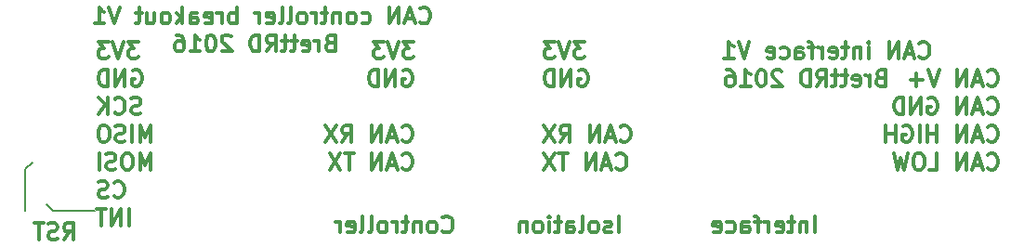
<source format=gbo>
G04 #@! TF.FileFunction,Legend,Bot*
%FSLAX46Y46*%
G04 Gerber Fmt 4.6, Leading zero omitted, Abs format (unit mm)*
G04 Created by KiCad (PCBNEW 4.0.2+e4-6225~38~ubuntu15.10.1-stable) date Do 16 Jun 2016 08:59:28 CEST*
%MOMM*%
G01*
G04 APERTURE LIST*
%ADD10C,0.100000*%
%ADD11C,0.300000*%
%ADD12C,0.200000*%
%ADD13R,2.127200X2.127200*%
%ADD14O,2.127200X2.127200*%
%ADD15R,2.432000X2.127200*%
%ADD16O,2.432000X2.127200*%
%ADD17O,1.901140X2.899360*%
%ADD18O,1.600000X2.200000*%
G04 APERTURE END LIST*
D10*
D11*
X164900713Y-101492857D02*
X164686427Y-101564286D01*
X164614999Y-101635714D01*
X164543570Y-101778571D01*
X164543570Y-101992857D01*
X164614999Y-102135714D01*
X164686427Y-102207143D01*
X164829285Y-102278571D01*
X165400713Y-102278571D01*
X165400713Y-100778571D01*
X164900713Y-100778571D01*
X164757856Y-100850000D01*
X164686427Y-100921429D01*
X164614999Y-101064286D01*
X164614999Y-101207143D01*
X164686427Y-101350000D01*
X164757856Y-101421429D01*
X164900713Y-101492857D01*
X165400713Y-101492857D01*
X163900713Y-102278571D02*
X163900713Y-101278571D01*
X163900713Y-101564286D02*
X163829285Y-101421429D01*
X163757856Y-101350000D01*
X163614999Y-101278571D01*
X163472142Y-101278571D01*
X162400714Y-102207143D02*
X162543571Y-102278571D01*
X162829285Y-102278571D01*
X162972142Y-102207143D01*
X163043571Y-102064286D01*
X163043571Y-101492857D01*
X162972142Y-101350000D01*
X162829285Y-101278571D01*
X162543571Y-101278571D01*
X162400714Y-101350000D01*
X162329285Y-101492857D01*
X162329285Y-101635714D01*
X163043571Y-101778571D01*
X161900714Y-101278571D02*
X161329285Y-101278571D01*
X161686428Y-100778571D02*
X161686428Y-102064286D01*
X161615000Y-102207143D01*
X161472142Y-102278571D01*
X161329285Y-102278571D01*
X161043571Y-101278571D02*
X160472142Y-101278571D01*
X160829285Y-100778571D02*
X160829285Y-102064286D01*
X160757857Y-102207143D01*
X160614999Y-102278571D01*
X160472142Y-102278571D01*
X159114999Y-102278571D02*
X159614999Y-101564286D01*
X159972142Y-102278571D02*
X159972142Y-100778571D01*
X159400714Y-100778571D01*
X159257856Y-100850000D01*
X159186428Y-100921429D01*
X159114999Y-101064286D01*
X159114999Y-101278571D01*
X159186428Y-101421429D01*
X159257856Y-101492857D01*
X159400714Y-101564286D01*
X159972142Y-101564286D01*
X158472142Y-102278571D02*
X158472142Y-100778571D01*
X158114999Y-100778571D01*
X157900714Y-100850000D01*
X157757856Y-100992857D01*
X157686428Y-101135714D01*
X157614999Y-101421429D01*
X157614999Y-101635714D01*
X157686428Y-101921429D01*
X157757856Y-102064286D01*
X157900714Y-102207143D01*
X158114999Y-102278571D01*
X158472142Y-102278571D01*
X155900714Y-100921429D02*
X155829285Y-100850000D01*
X155686428Y-100778571D01*
X155329285Y-100778571D01*
X155186428Y-100850000D01*
X155114999Y-100921429D01*
X155043571Y-101064286D01*
X155043571Y-101207143D01*
X155114999Y-101421429D01*
X155972142Y-102278571D01*
X155043571Y-102278571D01*
X154115000Y-100778571D02*
X153972143Y-100778571D01*
X153829286Y-100850000D01*
X153757857Y-100921429D01*
X153686428Y-101064286D01*
X153615000Y-101350000D01*
X153615000Y-101707143D01*
X153686428Y-101992857D01*
X153757857Y-102135714D01*
X153829286Y-102207143D01*
X153972143Y-102278571D01*
X154115000Y-102278571D01*
X154257857Y-102207143D01*
X154329286Y-102135714D01*
X154400714Y-101992857D01*
X154472143Y-101707143D01*
X154472143Y-101350000D01*
X154400714Y-101064286D01*
X154329286Y-100921429D01*
X154257857Y-100850000D01*
X154115000Y-100778571D01*
X152186429Y-102278571D02*
X153043572Y-102278571D01*
X152615000Y-102278571D02*
X152615000Y-100778571D01*
X152757857Y-100992857D01*
X152900715Y-101135714D01*
X153043572Y-101207143D01*
X150900715Y-100778571D02*
X151186429Y-100778571D01*
X151329286Y-100850000D01*
X151400715Y-100921429D01*
X151543572Y-101135714D01*
X151615001Y-101421429D01*
X151615001Y-101992857D01*
X151543572Y-102135714D01*
X151472144Y-102207143D01*
X151329286Y-102278571D01*
X151043572Y-102278571D01*
X150900715Y-102207143D01*
X150829286Y-102135714D01*
X150757858Y-101992857D01*
X150757858Y-101635714D01*
X150829286Y-101492857D01*
X150900715Y-101421429D01*
X151043572Y-101350000D01*
X151329286Y-101350000D01*
X151472144Y-101421429D01*
X151543572Y-101492857D01*
X151615001Y-101635714D01*
X168448570Y-99595714D02*
X168519999Y-99667143D01*
X168734285Y-99738571D01*
X168877142Y-99738571D01*
X169091427Y-99667143D01*
X169234285Y-99524286D01*
X169305713Y-99381429D01*
X169377142Y-99095714D01*
X169377142Y-98881429D01*
X169305713Y-98595714D01*
X169234285Y-98452857D01*
X169091427Y-98310000D01*
X168877142Y-98238571D01*
X168734285Y-98238571D01*
X168519999Y-98310000D01*
X168448570Y-98381429D01*
X167877142Y-99310000D02*
X167162856Y-99310000D01*
X168019999Y-99738571D02*
X167519999Y-98238571D01*
X167019999Y-99738571D01*
X166519999Y-99738571D02*
X166519999Y-98238571D01*
X165662856Y-99738571D01*
X165662856Y-98238571D01*
X163805713Y-99738571D02*
X163805713Y-98738571D01*
X163805713Y-98238571D02*
X163877142Y-98310000D01*
X163805713Y-98381429D01*
X163734285Y-98310000D01*
X163805713Y-98238571D01*
X163805713Y-98381429D01*
X163091427Y-98738571D02*
X163091427Y-99738571D01*
X163091427Y-98881429D02*
X163019999Y-98810000D01*
X162877141Y-98738571D01*
X162662856Y-98738571D01*
X162519999Y-98810000D01*
X162448570Y-98952857D01*
X162448570Y-99738571D01*
X161948570Y-98738571D02*
X161377141Y-98738571D01*
X161734284Y-98238571D02*
X161734284Y-99524286D01*
X161662856Y-99667143D01*
X161519998Y-99738571D01*
X161377141Y-99738571D01*
X160305713Y-99667143D02*
X160448570Y-99738571D01*
X160734284Y-99738571D01*
X160877141Y-99667143D01*
X160948570Y-99524286D01*
X160948570Y-98952857D01*
X160877141Y-98810000D01*
X160734284Y-98738571D01*
X160448570Y-98738571D01*
X160305713Y-98810000D01*
X160234284Y-98952857D01*
X160234284Y-99095714D01*
X160948570Y-99238571D01*
X159591427Y-99738571D02*
X159591427Y-98738571D01*
X159591427Y-99024286D02*
X159519999Y-98881429D01*
X159448570Y-98810000D01*
X159305713Y-98738571D01*
X159162856Y-98738571D01*
X158877142Y-98738571D02*
X158305713Y-98738571D01*
X158662856Y-99738571D02*
X158662856Y-98452857D01*
X158591428Y-98310000D01*
X158448570Y-98238571D01*
X158305713Y-98238571D01*
X157162856Y-99738571D02*
X157162856Y-98952857D01*
X157234285Y-98810000D01*
X157377142Y-98738571D01*
X157662856Y-98738571D01*
X157805713Y-98810000D01*
X157162856Y-99667143D02*
X157305713Y-99738571D01*
X157662856Y-99738571D01*
X157805713Y-99667143D01*
X157877142Y-99524286D01*
X157877142Y-99381429D01*
X157805713Y-99238571D01*
X157662856Y-99167143D01*
X157305713Y-99167143D01*
X157162856Y-99095714D01*
X155805713Y-99667143D02*
X155948570Y-99738571D01*
X156234284Y-99738571D01*
X156377142Y-99667143D01*
X156448570Y-99595714D01*
X156519999Y-99452857D01*
X156519999Y-99024286D01*
X156448570Y-98881429D01*
X156377142Y-98810000D01*
X156234284Y-98738571D01*
X155948570Y-98738571D01*
X155805713Y-98810000D01*
X154591428Y-99667143D02*
X154734285Y-99738571D01*
X155019999Y-99738571D01*
X155162856Y-99667143D01*
X155234285Y-99524286D01*
X155234285Y-98952857D01*
X155162856Y-98810000D01*
X155019999Y-98738571D01*
X154734285Y-98738571D01*
X154591428Y-98810000D01*
X154519999Y-98952857D01*
X154519999Y-99095714D01*
X155234285Y-99238571D01*
X152948571Y-98238571D02*
X152448571Y-99738571D01*
X151948571Y-98238571D01*
X150662857Y-99738571D02*
X151520000Y-99738571D01*
X151091428Y-99738571D02*
X151091428Y-98238571D01*
X151234285Y-98452857D01*
X151377143Y-98595714D01*
X151520000Y-98667143D01*
X114735713Y-98317857D02*
X114521427Y-98389286D01*
X114449999Y-98460714D01*
X114378570Y-98603571D01*
X114378570Y-98817857D01*
X114449999Y-98960714D01*
X114521427Y-99032143D01*
X114664285Y-99103571D01*
X115235713Y-99103571D01*
X115235713Y-97603571D01*
X114735713Y-97603571D01*
X114592856Y-97675000D01*
X114521427Y-97746429D01*
X114449999Y-97889286D01*
X114449999Y-98032143D01*
X114521427Y-98175000D01*
X114592856Y-98246429D01*
X114735713Y-98317857D01*
X115235713Y-98317857D01*
X113735713Y-99103571D02*
X113735713Y-98103571D01*
X113735713Y-98389286D02*
X113664285Y-98246429D01*
X113592856Y-98175000D01*
X113449999Y-98103571D01*
X113307142Y-98103571D01*
X112235714Y-99032143D02*
X112378571Y-99103571D01*
X112664285Y-99103571D01*
X112807142Y-99032143D01*
X112878571Y-98889286D01*
X112878571Y-98317857D01*
X112807142Y-98175000D01*
X112664285Y-98103571D01*
X112378571Y-98103571D01*
X112235714Y-98175000D01*
X112164285Y-98317857D01*
X112164285Y-98460714D01*
X112878571Y-98603571D01*
X111735714Y-98103571D02*
X111164285Y-98103571D01*
X111521428Y-97603571D02*
X111521428Y-98889286D01*
X111450000Y-99032143D01*
X111307142Y-99103571D01*
X111164285Y-99103571D01*
X110878571Y-98103571D02*
X110307142Y-98103571D01*
X110664285Y-97603571D02*
X110664285Y-98889286D01*
X110592857Y-99032143D01*
X110449999Y-99103571D01*
X110307142Y-99103571D01*
X108949999Y-99103571D02*
X109449999Y-98389286D01*
X109807142Y-99103571D02*
X109807142Y-97603571D01*
X109235714Y-97603571D01*
X109092856Y-97675000D01*
X109021428Y-97746429D01*
X108949999Y-97889286D01*
X108949999Y-98103571D01*
X109021428Y-98246429D01*
X109092856Y-98317857D01*
X109235714Y-98389286D01*
X109807142Y-98389286D01*
X108307142Y-99103571D02*
X108307142Y-97603571D01*
X107949999Y-97603571D01*
X107735714Y-97675000D01*
X107592856Y-97817857D01*
X107521428Y-97960714D01*
X107449999Y-98246429D01*
X107449999Y-98460714D01*
X107521428Y-98746429D01*
X107592856Y-98889286D01*
X107735714Y-99032143D01*
X107949999Y-99103571D01*
X108307142Y-99103571D01*
X105735714Y-97746429D02*
X105664285Y-97675000D01*
X105521428Y-97603571D01*
X105164285Y-97603571D01*
X105021428Y-97675000D01*
X104949999Y-97746429D01*
X104878571Y-97889286D01*
X104878571Y-98032143D01*
X104949999Y-98246429D01*
X105807142Y-99103571D01*
X104878571Y-99103571D01*
X103950000Y-97603571D02*
X103807143Y-97603571D01*
X103664286Y-97675000D01*
X103592857Y-97746429D01*
X103521428Y-97889286D01*
X103450000Y-98175000D01*
X103450000Y-98532143D01*
X103521428Y-98817857D01*
X103592857Y-98960714D01*
X103664286Y-99032143D01*
X103807143Y-99103571D01*
X103950000Y-99103571D01*
X104092857Y-99032143D01*
X104164286Y-98960714D01*
X104235714Y-98817857D01*
X104307143Y-98532143D01*
X104307143Y-98175000D01*
X104235714Y-97889286D01*
X104164286Y-97746429D01*
X104092857Y-97675000D01*
X103950000Y-97603571D01*
X102021429Y-99103571D02*
X102878572Y-99103571D01*
X102450000Y-99103571D02*
X102450000Y-97603571D01*
X102592857Y-97817857D01*
X102735715Y-97960714D01*
X102878572Y-98032143D01*
X100735715Y-97603571D02*
X101021429Y-97603571D01*
X101164286Y-97675000D01*
X101235715Y-97746429D01*
X101378572Y-97960714D01*
X101450001Y-98246429D01*
X101450001Y-98817857D01*
X101378572Y-98960714D01*
X101307144Y-99032143D01*
X101164286Y-99103571D01*
X100878572Y-99103571D01*
X100735715Y-99032143D01*
X100664286Y-98960714D01*
X100592858Y-98817857D01*
X100592858Y-98460714D01*
X100664286Y-98317857D01*
X100735715Y-98246429D01*
X100878572Y-98175000D01*
X101164286Y-98175000D01*
X101307144Y-98246429D01*
X101378572Y-98317857D01*
X101450001Y-98460714D01*
X122942141Y-96420714D02*
X123013570Y-96492143D01*
X123227856Y-96563571D01*
X123370713Y-96563571D01*
X123584998Y-96492143D01*
X123727856Y-96349286D01*
X123799284Y-96206429D01*
X123870713Y-95920714D01*
X123870713Y-95706429D01*
X123799284Y-95420714D01*
X123727856Y-95277857D01*
X123584998Y-95135000D01*
X123370713Y-95063571D01*
X123227856Y-95063571D01*
X123013570Y-95135000D01*
X122942141Y-95206429D01*
X122370713Y-96135000D02*
X121656427Y-96135000D01*
X122513570Y-96563571D02*
X122013570Y-95063571D01*
X121513570Y-96563571D01*
X121013570Y-96563571D02*
X121013570Y-95063571D01*
X120156427Y-96563571D01*
X120156427Y-95063571D01*
X117656427Y-96492143D02*
X117799284Y-96563571D01*
X118084998Y-96563571D01*
X118227856Y-96492143D01*
X118299284Y-96420714D01*
X118370713Y-96277857D01*
X118370713Y-95849286D01*
X118299284Y-95706429D01*
X118227856Y-95635000D01*
X118084998Y-95563571D01*
X117799284Y-95563571D01*
X117656427Y-95635000D01*
X116799284Y-96563571D02*
X116942142Y-96492143D01*
X117013570Y-96420714D01*
X117084999Y-96277857D01*
X117084999Y-95849286D01*
X117013570Y-95706429D01*
X116942142Y-95635000D01*
X116799284Y-95563571D01*
X116584999Y-95563571D01*
X116442142Y-95635000D01*
X116370713Y-95706429D01*
X116299284Y-95849286D01*
X116299284Y-96277857D01*
X116370713Y-96420714D01*
X116442142Y-96492143D01*
X116584999Y-96563571D01*
X116799284Y-96563571D01*
X115656427Y-95563571D02*
X115656427Y-96563571D01*
X115656427Y-95706429D02*
X115584999Y-95635000D01*
X115442141Y-95563571D01*
X115227856Y-95563571D01*
X115084999Y-95635000D01*
X115013570Y-95777857D01*
X115013570Y-96563571D01*
X114513570Y-95563571D02*
X113942141Y-95563571D01*
X114299284Y-95063571D02*
X114299284Y-96349286D01*
X114227856Y-96492143D01*
X114084998Y-96563571D01*
X113942141Y-96563571D01*
X113442141Y-96563571D02*
X113442141Y-95563571D01*
X113442141Y-95849286D02*
X113370713Y-95706429D01*
X113299284Y-95635000D01*
X113156427Y-95563571D01*
X113013570Y-95563571D01*
X112299284Y-96563571D02*
X112442142Y-96492143D01*
X112513570Y-96420714D01*
X112584999Y-96277857D01*
X112584999Y-95849286D01*
X112513570Y-95706429D01*
X112442142Y-95635000D01*
X112299284Y-95563571D01*
X112084999Y-95563571D01*
X111942142Y-95635000D01*
X111870713Y-95706429D01*
X111799284Y-95849286D01*
X111799284Y-96277857D01*
X111870713Y-96420714D01*
X111942142Y-96492143D01*
X112084999Y-96563571D01*
X112299284Y-96563571D01*
X110942141Y-96563571D02*
X111084999Y-96492143D01*
X111156427Y-96349286D01*
X111156427Y-95063571D01*
X110156427Y-96563571D02*
X110299285Y-96492143D01*
X110370713Y-96349286D01*
X110370713Y-95063571D01*
X109013571Y-96492143D02*
X109156428Y-96563571D01*
X109442142Y-96563571D01*
X109584999Y-96492143D01*
X109656428Y-96349286D01*
X109656428Y-95777857D01*
X109584999Y-95635000D01*
X109442142Y-95563571D01*
X109156428Y-95563571D01*
X109013571Y-95635000D01*
X108942142Y-95777857D01*
X108942142Y-95920714D01*
X109656428Y-96063571D01*
X108299285Y-96563571D02*
X108299285Y-95563571D01*
X108299285Y-95849286D02*
X108227857Y-95706429D01*
X108156428Y-95635000D01*
X108013571Y-95563571D01*
X107870714Y-95563571D01*
X106227857Y-96563571D02*
X106227857Y-95063571D01*
X106227857Y-95635000D02*
X106085000Y-95563571D01*
X105799286Y-95563571D01*
X105656429Y-95635000D01*
X105585000Y-95706429D01*
X105513571Y-95849286D01*
X105513571Y-96277857D01*
X105585000Y-96420714D01*
X105656429Y-96492143D01*
X105799286Y-96563571D01*
X106085000Y-96563571D01*
X106227857Y-96492143D01*
X104870714Y-96563571D02*
X104870714Y-95563571D01*
X104870714Y-95849286D02*
X104799286Y-95706429D01*
X104727857Y-95635000D01*
X104585000Y-95563571D01*
X104442143Y-95563571D01*
X103370715Y-96492143D02*
X103513572Y-96563571D01*
X103799286Y-96563571D01*
X103942143Y-96492143D01*
X104013572Y-96349286D01*
X104013572Y-95777857D01*
X103942143Y-95635000D01*
X103799286Y-95563571D01*
X103513572Y-95563571D01*
X103370715Y-95635000D01*
X103299286Y-95777857D01*
X103299286Y-95920714D01*
X104013572Y-96063571D01*
X102013572Y-96563571D02*
X102013572Y-95777857D01*
X102085001Y-95635000D01*
X102227858Y-95563571D01*
X102513572Y-95563571D01*
X102656429Y-95635000D01*
X102013572Y-96492143D02*
X102156429Y-96563571D01*
X102513572Y-96563571D01*
X102656429Y-96492143D01*
X102727858Y-96349286D01*
X102727858Y-96206429D01*
X102656429Y-96063571D01*
X102513572Y-95992143D01*
X102156429Y-95992143D01*
X102013572Y-95920714D01*
X101299286Y-96563571D02*
X101299286Y-95063571D01*
X101156429Y-95992143D02*
X100727858Y-96563571D01*
X100727858Y-95563571D02*
X101299286Y-96135000D01*
X99870714Y-96563571D02*
X100013572Y-96492143D01*
X100085000Y-96420714D01*
X100156429Y-96277857D01*
X100156429Y-95849286D01*
X100085000Y-95706429D01*
X100013572Y-95635000D01*
X99870714Y-95563571D01*
X99656429Y-95563571D01*
X99513572Y-95635000D01*
X99442143Y-95706429D01*
X99370714Y-95849286D01*
X99370714Y-96277857D01*
X99442143Y-96420714D01*
X99513572Y-96492143D01*
X99656429Y-96563571D01*
X99870714Y-96563571D01*
X98085000Y-95563571D02*
X98085000Y-96563571D01*
X98727857Y-95563571D02*
X98727857Y-96349286D01*
X98656429Y-96492143D01*
X98513571Y-96563571D01*
X98299286Y-96563571D01*
X98156429Y-96492143D01*
X98085000Y-96420714D01*
X97585000Y-95563571D02*
X97013571Y-95563571D01*
X97370714Y-95063571D02*
X97370714Y-96349286D01*
X97299286Y-96492143D01*
X97156428Y-96563571D01*
X97013571Y-96563571D01*
X95585000Y-95063571D02*
X95085000Y-96563571D01*
X94585000Y-95063571D01*
X93299286Y-96563571D02*
X94156429Y-96563571D01*
X93727857Y-96563571D02*
X93727857Y-95063571D01*
X93870714Y-95277857D01*
X94013572Y-95420714D01*
X94156429Y-95492143D01*
X96773572Y-100850000D02*
X96916429Y-100778571D01*
X97130715Y-100778571D01*
X97345000Y-100850000D01*
X97487858Y-100992857D01*
X97559286Y-101135714D01*
X97630715Y-101421429D01*
X97630715Y-101635714D01*
X97559286Y-101921429D01*
X97487858Y-102064286D01*
X97345000Y-102207143D01*
X97130715Y-102278571D01*
X96987858Y-102278571D01*
X96773572Y-102207143D01*
X96702143Y-102135714D01*
X96702143Y-101635714D01*
X96987858Y-101635714D01*
X96059286Y-102278571D02*
X96059286Y-100778571D01*
X95202143Y-102278571D01*
X95202143Y-100778571D01*
X94487857Y-102278571D02*
X94487857Y-100778571D01*
X94130714Y-100778571D01*
X93916429Y-100850000D01*
X93773571Y-100992857D01*
X93702143Y-101135714D01*
X93630714Y-101421429D01*
X93630714Y-101635714D01*
X93702143Y-101921429D01*
X93773571Y-102064286D01*
X93916429Y-102207143D01*
X94130714Y-102278571D01*
X94487857Y-102278571D01*
X97273570Y-98238571D02*
X96344999Y-98238571D01*
X96844999Y-98810000D01*
X96630713Y-98810000D01*
X96487856Y-98881429D01*
X96416427Y-98952857D01*
X96344999Y-99095714D01*
X96344999Y-99452857D01*
X96416427Y-99595714D01*
X96487856Y-99667143D01*
X96630713Y-99738571D01*
X97059285Y-99738571D01*
X97202142Y-99667143D01*
X97273570Y-99595714D01*
X95916428Y-98238571D02*
X95416428Y-99738571D01*
X94916428Y-98238571D01*
X94559285Y-98238571D02*
X93630714Y-98238571D01*
X94130714Y-98810000D01*
X93916428Y-98810000D01*
X93773571Y-98881429D01*
X93702142Y-98952857D01*
X93630714Y-99095714D01*
X93630714Y-99452857D01*
X93702142Y-99595714D01*
X93773571Y-99667143D01*
X93916428Y-99738571D01*
X94345000Y-99738571D01*
X94487857Y-99667143D01*
X94559285Y-99595714D01*
X121412143Y-100850000D02*
X121555000Y-100778571D01*
X121769286Y-100778571D01*
X121983571Y-100850000D01*
X122126429Y-100992857D01*
X122197857Y-101135714D01*
X122269286Y-101421429D01*
X122269286Y-101635714D01*
X122197857Y-101921429D01*
X122126429Y-102064286D01*
X121983571Y-102207143D01*
X121769286Y-102278571D01*
X121626429Y-102278571D01*
X121412143Y-102207143D01*
X121340714Y-102135714D01*
X121340714Y-101635714D01*
X121626429Y-101635714D01*
X120697857Y-102278571D02*
X120697857Y-100778571D01*
X119840714Y-102278571D01*
X119840714Y-100778571D01*
X119126428Y-102278571D02*
X119126428Y-100778571D01*
X118769285Y-100778571D01*
X118555000Y-100850000D01*
X118412142Y-100992857D01*
X118340714Y-101135714D01*
X118269285Y-101421429D01*
X118269285Y-101635714D01*
X118340714Y-101921429D01*
X118412142Y-102064286D01*
X118555000Y-102207143D01*
X118769285Y-102278571D01*
X119126428Y-102278571D01*
X122340714Y-98238571D02*
X121412143Y-98238571D01*
X121912143Y-98810000D01*
X121697857Y-98810000D01*
X121555000Y-98881429D01*
X121483571Y-98952857D01*
X121412143Y-99095714D01*
X121412143Y-99452857D01*
X121483571Y-99595714D01*
X121555000Y-99667143D01*
X121697857Y-99738571D01*
X122126429Y-99738571D01*
X122269286Y-99667143D01*
X122340714Y-99595714D01*
X120983572Y-98238571D02*
X120483572Y-99738571D01*
X119983572Y-98238571D01*
X119626429Y-98238571D02*
X118697858Y-98238571D01*
X119197858Y-98810000D01*
X118983572Y-98810000D01*
X118840715Y-98881429D01*
X118769286Y-98952857D01*
X118697858Y-99095714D01*
X118697858Y-99452857D01*
X118769286Y-99595714D01*
X118840715Y-99667143D01*
X118983572Y-99738571D01*
X119412144Y-99738571D01*
X119555001Y-99667143D01*
X119626429Y-99595714D01*
D12*
X89535000Y-113665000D02*
X93345000Y-113665000D01*
X88900000Y-113030000D02*
X89535000Y-113665000D01*
X86995000Y-109855000D02*
X86995000Y-113665000D01*
X87630000Y-109220000D02*
X86995000Y-109855000D01*
D11*
X96416429Y-114978571D02*
X96416429Y-113478571D01*
X95702143Y-114978571D02*
X95702143Y-113478571D01*
X94845000Y-114978571D01*
X94845000Y-113478571D01*
X94345000Y-113478571D02*
X93487857Y-113478571D01*
X93916428Y-114978571D02*
X93916428Y-113478571D01*
X90487142Y-116248571D02*
X90987142Y-115534286D01*
X91344285Y-116248571D02*
X91344285Y-114748571D01*
X90772857Y-114748571D01*
X90629999Y-114820000D01*
X90558571Y-114891429D01*
X90487142Y-115034286D01*
X90487142Y-115248571D01*
X90558571Y-115391429D01*
X90629999Y-115462857D01*
X90772857Y-115534286D01*
X91344285Y-115534286D01*
X89915714Y-116177143D02*
X89701428Y-116248571D01*
X89344285Y-116248571D01*
X89201428Y-116177143D01*
X89129999Y-116105714D01*
X89058571Y-115962857D01*
X89058571Y-115820000D01*
X89129999Y-115677143D01*
X89201428Y-115605714D01*
X89344285Y-115534286D01*
X89629999Y-115462857D01*
X89772857Y-115391429D01*
X89844285Y-115320000D01*
X89915714Y-115177143D01*
X89915714Y-115034286D01*
X89844285Y-114891429D01*
X89772857Y-114820000D01*
X89629999Y-114748571D01*
X89272857Y-114748571D01*
X89058571Y-114820000D01*
X88630000Y-114748571D02*
X87772857Y-114748571D01*
X88201428Y-116248571D02*
X88201428Y-114748571D01*
X125007142Y-115470714D02*
X125078571Y-115542143D01*
X125292857Y-115613571D01*
X125435714Y-115613571D01*
X125649999Y-115542143D01*
X125792857Y-115399286D01*
X125864285Y-115256429D01*
X125935714Y-114970714D01*
X125935714Y-114756429D01*
X125864285Y-114470714D01*
X125792857Y-114327857D01*
X125649999Y-114185000D01*
X125435714Y-114113571D01*
X125292857Y-114113571D01*
X125078571Y-114185000D01*
X125007142Y-114256429D01*
X124149999Y-115613571D02*
X124292857Y-115542143D01*
X124364285Y-115470714D01*
X124435714Y-115327857D01*
X124435714Y-114899286D01*
X124364285Y-114756429D01*
X124292857Y-114685000D01*
X124149999Y-114613571D01*
X123935714Y-114613571D01*
X123792857Y-114685000D01*
X123721428Y-114756429D01*
X123649999Y-114899286D01*
X123649999Y-115327857D01*
X123721428Y-115470714D01*
X123792857Y-115542143D01*
X123935714Y-115613571D01*
X124149999Y-115613571D01*
X123007142Y-114613571D02*
X123007142Y-115613571D01*
X123007142Y-114756429D02*
X122935714Y-114685000D01*
X122792856Y-114613571D01*
X122578571Y-114613571D01*
X122435714Y-114685000D01*
X122364285Y-114827857D01*
X122364285Y-115613571D01*
X121864285Y-114613571D02*
X121292856Y-114613571D01*
X121649999Y-114113571D02*
X121649999Y-115399286D01*
X121578571Y-115542143D01*
X121435713Y-115613571D01*
X121292856Y-115613571D01*
X120792856Y-115613571D02*
X120792856Y-114613571D01*
X120792856Y-114899286D02*
X120721428Y-114756429D01*
X120649999Y-114685000D01*
X120507142Y-114613571D01*
X120364285Y-114613571D01*
X119649999Y-115613571D02*
X119792857Y-115542143D01*
X119864285Y-115470714D01*
X119935714Y-115327857D01*
X119935714Y-114899286D01*
X119864285Y-114756429D01*
X119792857Y-114685000D01*
X119649999Y-114613571D01*
X119435714Y-114613571D01*
X119292857Y-114685000D01*
X119221428Y-114756429D01*
X119149999Y-114899286D01*
X119149999Y-115327857D01*
X119221428Y-115470714D01*
X119292857Y-115542143D01*
X119435714Y-115613571D01*
X119649999Y-115613571D01*
X118292856Y-115613571D02*
X118435714Y-115542143D01*
X118507142Y-115399286D01*
X118507142Y-114113571D01*
X117507142Y-115613571D02*
X117650000Y-115542143D01*
X117721428Y-115399286D01*
X117721428Y-114113571D01*
X116364286Y-115542143D02*
X116507143Y-115613571D01*
X116792857Y-115613571D01*
X116935714Y-115542143D01*
X117007143Y-115399286D01*
X117007143Y-114827857D01*
X116935714Y-114685000D01*
X116792857Y-114613571D01*
X116507143Y-114613571D01*
X116364286Y-114685000D01*
X116292857Y-114827857D01*
X116292857Y-114970714D01*
X117007143Y-115113571D01*
X115650000Y-115613571D02*
X115650000Y-114613571D01*
X115650000Y-114899286D02*
X115578572Y-114756429D01*
X115507143Y-114685000D01*
X115364286Y-114613571D01*
X115221429Y-114613571D01*
X137913570Y-98238571D02*
X136984999Y-98238571D01*
X137484999Y-98810000D01*
X137270713Y-98810000D01*
X137127856Y-98881429D01*
X137056427Y-98952857D01*
X136984999Y-99095714D01*
X136984999Y-99452857D01*
X137056427Y-99595714D01*
X137127856Y-99667143D01*
X137270713Y-99738571D01*
X137699285Y-99738571D01*
X137842142Y-99667143D01*
X137913570Y-99595714D01*
X136556428Y-98238571D02*
X136056428Y-99738571D01*
X135556428Y-98238571D01*
X135199285Y-98238571D02*
X134270714Y-98238571D01*
X134770714Y-98810000D01*
X134556428Y-98810000D01*
X134413571Y-98881429D01*
X134342142Y-98952857D01*
X134270714Y-99095714D01*
X134270714Y-99452857D01*
X134342142Y-99595714D01*
X134413571Y-99667143D01*
X134556428Y-99738571D01*
X134985000Y-99738571D01*
X135127857Y-99667143D01*
X135199285Y-99595714D01*
X137413572Y-100850000D02*
X137556429Y-100778571D01*
X137770715Y-100778571D01*
X137985000Y-100850000D01*
X138127858Y-100992857D01*
X138199286Y-101135714D01*
X138270715Y-101421429D01*
X138270715Y-101635714D01*
X138199286Y-101921429D01*
X138127858Y-102064286D01*
X137985000Y-102207143D01*
X137770715Y-102278571D01*
X137627858Y-102278571D01*
X137413572Y-102207143D01*
X137342143Y-102135714D01*
X137342143Y-101635714D01*
X137627858Y-101635714D01*
X136699286Y-102278571D02*
X136699286Y-100778571D01*
X135842143Y-102278571D01*
X135842143Y-100778571D01*
X135127857Y-102278571D02*
X135127857Y-100778571D01*
X134770714Y-100778571D01*
X134556429Y-100850000D01*
X134413571Y-100992857D01*
X134342143Y-101135714D01*
X134270714Y-101421429D01*
X134270714Y-101635714D01*
X134342143Y-101921429D01*
X134413571Y-102064286D01*
X134556429Y-102207143D01*
X134770714Y-102278571D01*
X135127857Y-102278571D01*
X95059285Y-112295714D02*
X95130714Y-112367143D01*
X95345000Y-112438571D01*
X95487857Y-112438571D01*
X95702142Y-112367143D01*
X95845000Y-112224286D01*
X95916428Y-112081429D01*
X95987857Y-111795714D01*
X95987857Y-111581429D01*
X95916428Y-111295714D01*
X95845000Y-111152857D01*
X95702142Y-111010000D01*
X95487857Y-110938571D01*
X95345000Y-110938571D01*
X95130714Y-111010000D01*
X95059285Y-111081429D01*
X94487857Y-112367143D02*
X94273571Y-112438571D01*
X93916428Y-112438571D01*
X93773571Y-112367143D01*
X93702142Y-112295714D01*
X93630714Y-112152857D01*
X93630714Y-112010000D01*
X93702142Y-111867143D01*
X93773571Y-111795714D01*
X93916428Y-111724286D01*
X94202142Y-111652857D01*
X94345000Y-111581429D01*
X94416428Y-111510000D01*
X94487857Y-111367143D01*
X94487857Y-111224286D01*
X94416428Y-111081429D01*
X94345000Y-111010000D01*
X94202142Y-110938571D01*
X93845000Y-110938571D01*
X93630714Y-111010000D01*
X98416429Y-109898571D02*
X98416429Y-108398571D01*
X97916429Y-109470000D01*
X97416429Y-108398571D01*
X97416429Y-109898571D01*
X96416429Y-108398571D02*
X96130715Y-108398571D01*
X95987857Y-108470000D01*
X95845000Y-108612857D01*
X95773572Y-108898571D01*
X95773572Y-109398571D01*
X95845000Y-109684286D01*
X95987857Y-109827143D01*
X96130715Y-109898571D01*
X96416429Y-109898571D01*
X96559286Y-109827143D01*
X96702143Y-109684286D01*
X96773572Y-109398571D01*
X96773572Y-108898571D01*
X96702143Y-108612857D01*
X96559286Y-108470000D01*
X96416429Y-108398571D01*
X95202143Y-109827143D02*
X94987857Y-109898571D01*
X94630714Y-109898571D01*
X94487857Y-109827143D01*
X94416428Y-109755714D01*
X94345000Y-109612857D01*
X94345000Y-109470000D01*
X94416428Y-109327143D01*
X94487857Y-109255714D01*
X94630714Y-109184286D01*
X94916428Y-109112857D01*
X95059286Y-109041429D01*
X95130714Y-108970000D01*
X95202143Y-108827143D01*
X95202143Y-108684286D01*
X95130714Y-108541429D01*
X95059286Y-108470000D01*
X94916428Y-108398571D01*
X94559286Y-108398571D01*
X94345000Y-108470000D01*
X93702143Y-109898571D02*
X93702143Y-108398571D01*
X98416429Y-107358571D02*
X98416429Y-105858571D01*
X97916429Y-106930000D01*
X97416429Y-105858571D01*
X97416429Y-107358571D01*
X96702143Y-107358571D02*
X96702143Y-105858571D01*
X96059286Y-107287143D02*
X95845000Y-107358571D01*
X95487857Y-107358571D01*
X95345000Y-107287143D01*
X95273571Y-107215714D01*
X95202143Y-107072857D01*
X95202143Y-106930000D01*
X95273571Y-106787143D01*
X95345000Y-106715714D01*
X95487857Y-106644286D01*
X95773571Y-106572857D01*
X95916429Y-106501429D01*
X95987857Y-106430000D01*
X96059286Y-106287143D01*
X96059286Y-106144286D01*
X95987857Y-106001429D01*
X95916429Y-105930000D01*
X95773571Y-105858571D01*
X95416429Y-105858571D01*
X95202143Y-105930000D01*
X94273572Y-105858571D02*
X93987858Y-105858571D01*
X93845000Y-105930000D01*
X93702143Y-106072857D01*
X93630715Y-106358571D01*
X93630715Y-106858571D01*
X93702143Y-107144286D01*
X93845000Y-107287143D01*
X93987858Y-107358571D01*
X94273572Y-107358571D01*
X94416429Y-107287143D01*
X94559286Y-107144286D01*
X94630715Y-106858571D01*
X94630715Y-106358571D01*
X94559286Y-106072857D01*
X94416429Y-105930000D01*
X94273572Y-105858571D01*
X97487857Y-104747143D02*
X97273571Y-104818571D01*
X96916428Y-104818571D01*
X96773571Y-104747143D01*
X96702142Y-104675714D01*
X96630714Y-104532857D01*
X96630714Y-104390000D01*
X96702142Y-104247143D01*
X96773571Y-104175714D01*
X96916428Y-104104286D01*
X97202142Y-104032857D01*
X97345000Y-103961429D01*
X97416428Y-103890000D01*
X97487857Y-103747143D01*
X97487857Y-103604286D01*
X97416428Y-103461429D01*
X97345000Y-103390000D01*
X97202142Y-103318571D01*
X96845000Y-103318571D01*
X96630714Y-103390000D01*
X95130714Y-104675714D02*
X95202143Y-104747143D01*
X95416429Y-104818571D01*
X95559286Y-104818571D01*
X95773571Y-104747143D01*
X95916429Y-104604286D01*
X95987857Y-104461429D01*
X96059286Y-104175714D01*
X96059286Y-103961429D01*
X95987857Y-103675714D01*
X95916429Y-103532857D01*
X95773571Y-103390000D01*
X95559286Y-103318571D01*
X95416429Y-103318571D01*
X95202143Y-103390000D01*
X95130714Y-103461429D01*
X94487857Y-104818571D02*
X94487857Y-103318571D01*
X93630714Y-104818571D02*
X94273571Y-103961429D01*
X93630714Y-103318571D02*
X94487857Y-104175714D01*
X141199285Y-107215714D02*
X141270714Y-107287143D01*
X141485000Y-107358571D01*
X141627857Y-107358571D01*
X141842142Y-107287143D01*
X141985000Y-107144286D01*
X142056428Y-107001429D01*
X142127857Y-106715714D01*
X142127857Y-106501429D01*
X142056428Y-106215714D01*
X141985000Y-106072857D01*
X141842142Y-105930000D01*
X141627857Y-105858571D01*
X141485000Y-105858571D01*
X141270714Y-105930000D01*
X141199285Y-106001429D01*
X140627857Y-106930000D02*
X139913571Y-106930000D01*
X140770714Y-107358571D02*
X140270714Y-105858571D01*
X139770714Y-107358571D01*
X139270714Y-107358571D02*
X139270714Y-105858571D01*
X138413571Y-107358571D01*
X138413571Y-105858571D01*
X135699285Y-107358571D02*
X136199285Y-106644286D01*
X136556428Y-107358571D02*
X136556428Y-105858571D01*
X135985000Y-105858571D01*
X135842142Y-105930000D01*
X135770714Y-106001429D01*
X135699285Y-106144286D01*
X135699285Y-106358571D01*
X135770714Y-106501429D01*
X135842142Y-106572857D01*
X135985000Y-106644286D01*
X136556428Y-106644286D01*
X135199285Y-105858571D02*
X134199285Y-107358571D01*
X134199285Y-105858571D02*
X135199285Y-107358571D01*
X121340714Y-107215714D02*
X121412143Y-107287143D01*
X121626429Y-107358571D01*
X121769286Y-107358571D01*
X121983571Y-107287143D01*
X122126429Y-107144286D01*
X122197857Y-107001429D01*
X122269286Y-106715714D01*
X122269286Y-106501429D01*
X122197857Y-106215714D01*
X122126429Y-106072857D01*
X121983571Y-105930000D01*
X121769286Y-105858571D01*
X121626429Y-105858571D01*
X121412143Y-105930000D01*
X121340714Y-106001429D01*
X120769286Y-106930000D02*
X120055000Y-106930000D01*
X120912143Y-107358571D02*
X120412143Y-105858571D01*
X119912143Y-107358571D01*
X119412143Y-107358571D02*
X119412143Y-105858571D01*
X118555000Y-107358571D01*
X118555000Y-105858571D01*
X115840714Y-107358571D02*
X116340714Y-106644286D01*
X116697857Y-107358571D02*
X116697857Y-105858571D01*
X116126429Y-105858571D01*
X115983571Y-105930000D01*
X115912143Y-106001429D01*
X115840714Y-106144286D01*
X115840714Y-106358571D01*
X115912143Y-106501429D01*
X115983571Y-106572857D01*
X116126429Y-106644286D01*
X116697857Y-106644286D01*
X115340714Y-105858571D02*
X114340714Y-107358571D01*
X114340714Y-105858571D02*
X115340714Y-107358571D01*
X140842142Y-109755714D02*
X140913571Y-109827143D01*
X141127857Y-109898571D01*
X141270714Y-109898571D01*
X141484999Y-109827143D01*
X141627857Y-109684286D01*
X141699285Y-109541429D01*
X141770714Y-109255714D01*
X141770714Y-109041429D01*
X141699285Y-108755714D01*
X141627857Y-108612857D01*
X141484999Y-108470000D01*
X141270714Y-108398571D01*
X141127857Y-108398571D01*
X140913571Y-108470000D01*
X140842142Y-108541429D01*
X140270714Y-109470000D02*
X139556428Y-109470000D01*
X140413571Y-109898571D02*
X139913571Y-108398571D01*
X139413571Y-109898571D01*
X138913571Y-109898571D02*
X138913571Y-108398571D01*
X138056428Y-109898571D01*
X138056428Y-108398571D01*
X136413571Y-108398571D02*
X135556428Y-108398571D01*
X135984999Y-109898571D02*
X135984999Y-108398571D01*
X135199285Y-108398571D02*
X134199285Y-109898571D01*
X134199285Y-108398571D02*
X135199285Y-109898571D01*
X121340714Y-109755714D02*
X121412143Y-109827143D01*
X121626429Y-109898571D01*
X121769286Y-109898571D01*
X121983571Y-109827143D01*
X122126429Y-109684286D01*
X122197857Y-109541429D01*
X122269286Y-109255714D01*
X122269286Y-109041429D01*
X122197857Y-108755714D01*
X122126429Y-108612857D01*
X121983571Y-108470000D01*
X121769286Y-108398571D01*
X121626429Y-108398571D01*
X121412143Y-108470000D01*
X121340714Y-108541429D01*
X120769286Y-109470000D02*
X120055000Y-109470000D01*
X120912143Y-109898571D02*
X120412143Y-108398571D01*
X119912143Y-109898571D01*
X119412143Y-109898571D02*
X119412143Y-108398571D01*
X118555000Y-109898571D01*
X118555000Y-108398571D01*
X116912143Y-108398571D02*
X116055000Y-108398571D01*
X116483571Y-109898571D02*
X116483571Y-108398571D01*
X115697857Y-108398571D02*
X114697857Y-109898571D01*
X114697857Y-108398571D02*
X115697857Y-109898571D01*
X158912142Y-115613571D02*
X158912142Y-114113571D01*
X158197856Y-114613571D02*
X158197856Y-115613571D01*
X158197856Y-114756429D02*
X158126428Y-114685000D01*
X157983570Y-114613571D01*
X157769285Y-114613571D01*
X157626428Y-114685000D01*
X157554999Y-114827857D01*
X157554999Y-115613571D01*
X157054999Y-114613571D02*
X156483570Y-114613571D01*
X156840713Y-114113571D02*
X156840713Y-115399286D01*
X156769285Y-115542143D01*
X156626427Y-115613571D01*
X156483570Y-115613571D01*
X155412142Y-115542143D02*
X155554999Y-115613571D01*
X155840713Y-115613571D01*
X155983570Y-115542143D01*
X156054999Y-115399286D01*
X156054999Y-114827857D01*
X155983570Y-114685000D01*
X155840713Y-114613571D01*
X155554999Y-114613571D01*
X155412142Y-114685000D01*
X155340713Y-114827857D01*
X155340713Y-114970714D01*
X156054999Y-115113571D01*
X154697856Y-115613571D02*
X154697856Y-114613571D01*
X154697856Y-114899286D02*
X154626428Y-114756429D01*
X154554999Y-114685000D01*
X154412142Y-114613571D01*
X154269285Y-114613571D01*
X153983571Y-114613571D02*
X153412142Y-114613571D01*
X153769285Y-115613571D02*
X153769285Y-114327857D01*
X153697857Y-114185000D01*
X153554999Y-114113571D01*
X153412142Y-114113571D01*
X152269285Y-115613571D02*
X152269285Y-114827857D01*
X152340714Y-114685000D01*
X152483571Y-114613571D01*
X152769285Y-114613571D01*
X152912142Y-114685000D01*
X152269285Y-115542143D02*
X152412142Y-115613571D01*
X152769285Y-115613571D01*
X152912142Y-115542143D01*
X152983571Y-115399286D01*
X152983571Y-115256429D01*
X152912142Y-115113571D01*
X152769285Y-115042143D01*
X152412142Y-115042143D01*
X152269285Y-114970714D01*
X150912142Y-115542143D02*
X151054999Y-115613571D01*
X151340713Y-115613571D01*
X151483571Y-115542143D01*
X151554999Y-115470714D01*
X151626428Y-115327857D01*
X151626428Y-114899286D01*
X151554999Y-114756429D01*
X151483571Y-114685000D01*
X151340713Y-114613571D01*
X151054999Y-114613571D01*
X150912142Y-114685000D01*
X149697857Y-115542143D02*
X149840714Y-115613571D01*
X150126428Y-115613571D01*
X150269285Y-115542143D01*
X150340714Y-115399286D01*
X150340714Y-114827857D01*
X150269285Y-114685000D01*
X150126428Y-114613571D01*
X149840714Y-114613571D01*
X149697857Y-114685000D01*
X149626428Y-114827857D01*
X149626428Y-114970714D01*
X150340714Y-115113571D01*
X141025000Y-115613571D02*
X141025000Y-114113571D01*
X140382143Y-115542143D02*
X140239286Y-115613571D01*
X139953571Y-115613571D01*
X139810714Y-115542143D01*
X139739286Y-115399286D01*
X139739286Y-115327857D01*
X139810714Y-115185000D01*
X139953571Y-115113571D01*
X140167857Y-115113571D01*
X140310714Y-115042143D01*
X140382143Y-114899286D01*
X140382143Y-114827857D01*
X140310714Y-114685000D01*
X140167857Y-114613571D01*
X139953571Y-114613571D01*
X139810714Y-114685000D01*
X138882142Y-115613571D02*
X139025000Y-115542143D01*
X139096428Y-115470714D01*
X139167857Y-115327857D01*
X139167857Y-114899286D01*
X139096428Y-114756429D01*
X139025000Y-114685000D01*
X138882142Y-114613571D01*
X138667857Y-114613571D01*
X138525000Y-114685000D01*
X138453571Y-114756429D01*
X138382142Y-114899286D01*
X138382142Y-115327857D01*
X138453571Y-115470714D01*
X138525000Y-115542143D01*
X138667857Y-115613571D01*
X138882142Y-115613571D01*
X137524999Y-115613571D02*
X137667857Y-115542143D01*
X137739285Y-115399286D01*
X137739285Y-114113571D01*
X136310714Y-115613571D02*
X136310714Y-114827857D01*
X136382143Y-114685000D01*
X136525000Y-114613571D01*
X136810714Y-114613571D01*
X136953571Y-114685000D01*
X136310714Y-115542143D02*
X136453571Y-115613571D01*
X136810714Y-115613571D01*
X136953571Y-115542143D01*
X137025000Y-115399286D01*
X137025000Y-115256429D01*
X136953571Y-115113571D01*
X136810714Y-115042143D01*
X136453571Y-115042143D01*
X136310714Y-114970714D01*
X135810714Y-114613571D02*
X135239285Y-114613571D01*
X135596428Y-114113571D02*
X135596428Y-115399286D01*
X135525000Y-115542143D01*
X135382142Y-115613571D01*
X135239285Y-115613571D01*
X134739285Y-115613571D02*
X134739285Y-114613571D01*
X134739285Y-114113571D02*
X134810714Y-114185000D01*
X134739285Y-114256429D01*
X134667857Y-114185000D01*
X134739285Y-114113571D01*
X134739285Y-114256429D01*
X133810713Y-115613571D02*
X133953571Y-115542143D01*
X134024999Y-115470714D01*
X134096428Y-115327857D01*
X134096428Y-114899286D01*
X134024999Y-114756429D01*
X133953571Y-114685000D01*
X133810713Y-114613571D01*
X133596428Y-114613571D01*
X133453571Y-114685000D01*
X133382142Y-114756429D01*
X133310713Y-114899286D01*
X133310713Y-115327857D01*
X133382142Y-115470714D01*
X133453571Y-115542143D01*
X133596428Y-115613571D01*
X133810713Y-115613571D01*
X132667856Y-114613571D02*
X132667856Y-115613571D01*
X132667856Y-114756429D02*
X132596428Y-114685000D01*
X132453570Y-114613571D01*
X132239285Y-114613571D01*
X132096428Y-114685000D01*
X132024999Y-114827857D01*
X132024999Y-115613571D01*
X174680714Y-102135714D02*
X174752143Y-102207143D01*
X174966429Y-102278571D01*
X175109286Y-102278571D01*
X175323571Y-102207143D01*
X175466429Y-102064286D01*
X175537857Y-101921429D01*
X175609286Y-101635714D01*
X175609286Y-101421429D01*
X175537857Y-101135714D01*
X175466429Y-100992857D01*
X175323571Y-100850000D01*
X175109286Y-100778571D01*
X174966429Y-100778571D01*
X174752143Y-100850000D01*
X174680714Y-100921429D01*
X174109286Y-101850000D02*
X173395000Y-101850000D01*
X174252143Y-102278571D02*
X173752143Y-100778571D01*
X173252143Y-102278571D01*
X172752143Y-102278571D02*
X172752143Y-100778571D01*
X171895000Y-102278571D01*
X171895000Y-100778571D01*
X170252143Y-100778571D02*
X169752143Y-102278571D01*
X169252143Y-100778571D01*
X168752143Y-101707143D02*
X167609286Y-101707143D01*
X168180715Y-102278571D02*
X168180715Y-101135714D01*
X174680714Y-104675714D02*
X174752143Y-104747143D01*
X174966429Y-104818571D01*
X175109286Y-104818571D01*
X175323571Y-104747143D01*
X175466429Y-104604286D01*
X175537857Y-104461429D01*
X175609286Y-104175714D01*
X175609286Y-103961429D01*
X175537857Y-103675714D01*
X175466429Y-103532857D01*
X175323571Y-103390000D01*
X175109286Y-103318571D01*
X174966429Y-103318571D01*
X174752143Y-103390000D01*
X174680714Y-103461429D01*
X174109286Y-104390000D02*
X173395000Y-104390000D01*
X174252143Y-104818571D02*
X173752143Y-103318571D01*
X173252143Y-104818571D01*
X172752143Y-104818571D02*
X172752143Y-103318571D01*
X171895000Y-104818571D01*
X171895000Y-103318571D01*
X169252143Y-103390000D02*
X169395000Y-103318571D01*
X169609286Y-103318571D01*
X169823571Y-103390000D01*
X169966429Y-103532857D01*
X170037857Y-103675714D01*
X170109286Y-103961429D01*
X170109286Y-104175714D01*
X170037857Y-104461429D01*
X169966429Y-104604286D01*
X169823571Y-104747143D01*
X169609286Y-104818571D01*
X169466429Y-104818571D01*
X169252143Y-104747143D01*
X169180714Y-104675714D01*
X169180714Y-104175714D01*
X169466429Y-104175714D01*
X168537857Y-104818571D02*
X168537857Y-103318571D01*
X167680714Y-104818571D01*
X167680714Y-103318571D01*
X166966428Y-104818571D02*
X166966428Y-103318571D01*
X166609285Y-103318571D01*
X166395000Y-103390000D01*
X166252142Y-103532857D01*
X166180714Y-103675714D01*
X166109285Y-103961429D01*
X166109285Y-104175714D01*
X166180714Y-104461429D01*
X166252142Y-104604286D01*
X166395000Y-104747143D01*
X166609285Y-104818571D01*
X166966428Y-104818571D01*
X174680714Y-109755714D02*
X174752143Y-109827143D01*
X174966429Y-109898571D01*
X175109286Y-109898571D01*
X175323571Y-109827143D01*
X175466429Y-109684286D01*
X175537857Y-109541429D01*
X175609286Y-109255714D01*
X175609286Y-109041429D01*
X175537857Y-108755714D01*
X175466429Y-108612857D01*
X175323571Y-108470000D01*
X175109286Y-108398571D01*
X174966429Y-108398571D01*
X174752143Y-108470000D01*
X174680714Y-108541429D01*
X174109286Y-109470000D02*
X173395000Y-109470000D01*
X174252143Y-109898571D02*
X173752143Y-108398571D01*
X173252143Y-109898571D01*
X172752143Y-109898571D02*
X172752143Y-108398571D01*
X171895000Y-109898571D01*
X171895000Y-108398571D01*
X169323571Y-109898571D02*
X170037857Y-109898571D01*
X170037857Y-108398571D01*
X168537857Y-108398571D02*
X168252143Y-108398571D01*
X168109285Y-108470000D01*
X167966428Y-108612857D01*
X167895000Y-108898571D01*
X167895000Y-109398571D01*
X167966428Y-109684286D01*
X168109285Y-109827143D01*
X168252143Y-109898571D01*
X168537857Y-109898571D01*
X168680714Y-109827143D01*
X168823571Y-109684286D01*
X168895000Y-109398571D01*
X168895000Y-108898571D01*
X168823571Y-108612857D01*
X168680714Y-108470000D01*
X168537857Y-108398571D01*
X167394999Y-108398571D02*
X167037856Y-109898571D01*
X166752142Y-108827143D01*
X166466428Y-109898571D01*
X166109285Y-108398571D01*
X174680714Y-107215714D02*
X174752143Y-107287143D01*
X174966429Y-107358571D01*
X175109286Y-107358571D01*
X175323571Y-107287143D01*
X175466429Y-107144286D01*
X175537857Y-107001429D01*
X175609286Y-106715714D01*
X175609286Y-106501429D01*
X175537857Y-106215714D01*
X175466429Y-106072857D01*
X175323571Y-105930000D01*
X175109286Y-105858571D01*
X174966429Y-105858571D01*
X174752143Y-105930000D01*
X174680714Y-106001429D01*
X174109286Y-106930000D02*
X173395000Y-106930000D01*
X174252143Y-107358571D02*
X173752143Y-105858571D01*
X173252143Y-107358571D01*
X172752143Y-107358571D02*
X172752143Y-105858571D01*
X171895000Y-107358571D01*
X171895000Y-105858571D01*
X170037857Y-107358571D02*
X170037857Y-105858571D01*
X170037857Y-106572857D02*
X169180714Y-106572857D01*
X169180714Y-107358571D02*
X169180714Y-105858571D01*
X168466428Y-107358571D02*
X168466428Y-105858571D01*
X166966428Y-105930000D02*
X167109285Y-105858571D01*
X167323571Y-105858571D01*
X167537856Y-105930000D01*
X167680714Y-106072857D01*
X167752142Y-106215714D01*
X167823571Y-106501429D01*
X167823571Y-106715714D01*
X167752142Y-107001429D01*
X167680714Y-107144286D01*
X167537856Y-107287143D01*
X167323571Y-107358571D01*
X167180714Y-107358571D01*
X166966428Y-107287143D01*
X166894999Y-107215714D01*
X166894999Y-106715714D01*
X167180714Y-106715714D01*
X166252142Y-107358571D02*
X166252142Y-105858571D01*
X166252142Y-106572857D02*
X165394999Y-106572857D01*
X165394999Y-107358571D02*
X165394999Y-105858571D01*
%LPC*%
D13*
X91440000Y-111760000D03*
D14*
X88900000Y-111760000D03*
X91440000Y-109220000D03*
X88900000Y-109220000D03*
X91440000Y-106680000D03*
X88900000Y-106680000D03*
X91440000Y-104140000D03*
X88900000Y-104140000D03*
X91440000Y-101600000D03*
X88900000Y-101600000D03*
X91440000Y-99060000D03*
X88900000Y-99060000D03*
D15*
X132080000Y-111760000D03*
D16*
X132080000Y-109220000D03*
X132080000Y-106680000D03*
X132080000Y-104140000D03*
X132080000Y-101600000D03*
X132080000Y-99060000D03*
D15*
X177800000Y-109220000D03*
D16*
X177800000Y-106680000D03*
X177800000Y-104140000D03*
X177800000Y-101600000D03*
D17*
X157480000Y-96520000D03*
X154940000Y-96520000D03*
X160020000Y-96520000D03*
D15*
X124460000Y-111760000D03*
D16*
X124460000Y-109220000D03*
X124460000Y-106680000D03*
X124460000Y-104140000D03*
X124460000Y-101600000D03*
X124460000Y-99060000D03*
D18*
X142240000Y-96520000D03*
X144780000Y-96520000D03*
X147320000Y-96520000D03*
X149860000Y-96520000D03*
M02*

</source>
